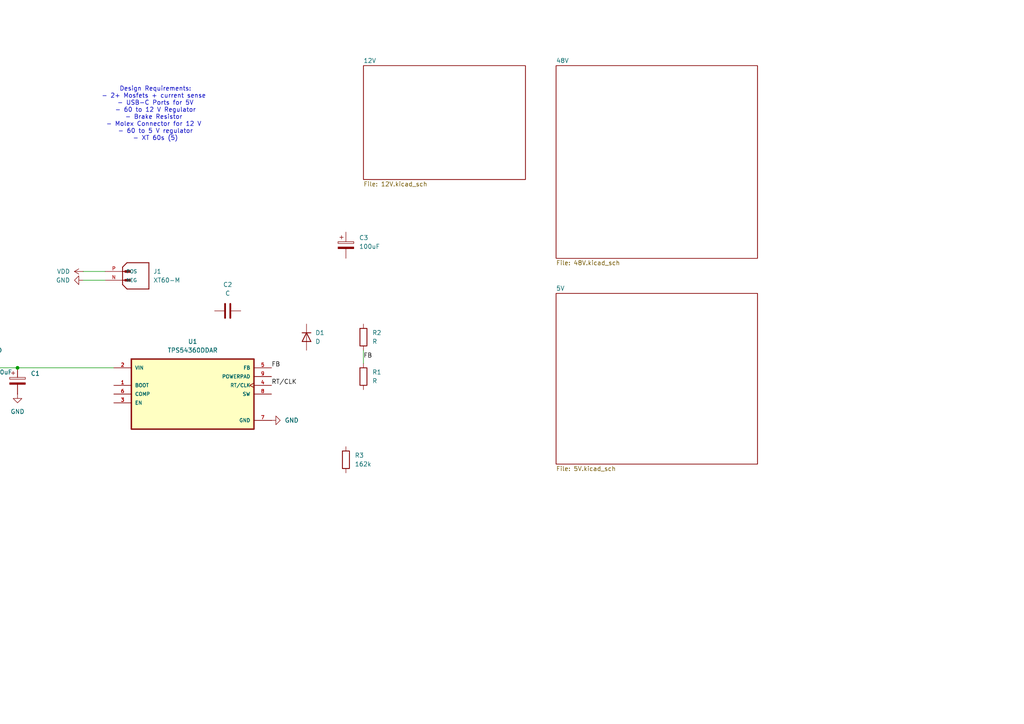
<source format=kicad_sch>
(kicad_sch
	(version 20231120)
	(generator "eeschema")
	(generator_version "8.0")
	(uuid "527fe567-2cf0-4bfe-88e5-3ff24d93fe94")
	(paper "A4")
	(lib_symbols
		(symbol "Device:C"
			(pin_numbers hide)
			(pin_names
				(offset 0.254)
			)
			(exclude_from_sim no)
			(in_bom yes)
			(on_board yes)
			(property "Reference" "C"
				(at 0.635 2.54 0)
				(effects
					(font
						(size 1.27 1.27)
					)
					(justify left)
				)
			)
			(property "Value" "C"
				(at 0.635 -2.54 0)
				(effects
					(font
						(size 1.27 1.27)
					)
					(justify left)
				)
			)
			(property "Footprint" ""
				(at 0.9652 -3.81 0)
				(effects
					(font
						(size 1.27 1.27)
					)
					(hide yes)
				)
			)
			(property "Datasheet" "~"
				(at 0 0 0)
				(effects
					(font
						(size 1.27 1.27)
					)
					(hide yes)
				)
			)
			(property "Description" "Unpolarized capacitor"
				(at 0 0 0)
				(effects
					(font
						(size 1.27 1.27)
					)
					(hide yes)
				)
			)
			(property "ki_keywords" "cap capacitor"
				(at 0 0 0)
				(effects
					(font
						(size 1.27 1.27)
					)
					(hide yes)
				)
			)
			(property "ki_fp_filters" "C_*"
				(at 0 0 0)
				(effects
					(font
						(size 1.27 1.27)
					)
					(hide yes)
				)
			)
			(symbol "C_0_1"
				(polyline
					(pts
						(xy -2.032 -0.762) (xy 2.032 -0.762)
					)
					(stroke
						(width 0.508)
						(type default)
					)
					(fill
						(type none)
					)
				)
				(polyline
					(pts
						(xy -2.032 0.762) (xy 2.032 0.762)
					)
					(stroke
						(width 0.508)
						(type default)
					)
					(fill
						(type none)
					)
				)
			)
			(symbol "C_1_1"
				(pin passive line
					(at 0 3.81 270)
					(length 2.794)
					(name "~"
						(effects
							(font
								(size 1.27 1.27)
							)
						)
					)
					(number "1"
						(effects
							(font
								(size 1.27 1.27)
							)
						)
					)
				)
				(pin passive line
					(at 0 -3.81 90)
					(length 2.794)
					(name "~"
						(effects
							(font
								(size 1.27 1.27)
							)
						)
					)
					(number "2"
						(effects
							(font
								(size 1.27 1.27)
							)
						)
					)
				)
			)
		)
		(symbol "Device:C_Polarized"
			(pin_numbers hide)
			(pin_names
				(offset 0.254)
			)
			(exclude_from_sim no)
			(in_bom yes)
			(on_board yes)
			(property "Reference" "C"
				(at 0.635 2.54 0)
				(effects
					(font
						(size 1.27 1.27)
					)
					(justify left)
				)
			)
			(property "Value" "C_Polarized"
				(at 0.635 -2.54 0)
				(effects
					(font
						(size 1.27 1.27)
					)
					(justify left)
				)
			)
			(property "Footprint" ""
				(at 0.9652 -3.81 0)
				(effects
					(font
						(size 1.27 1.27)
					)
					(hide yes)
				)
			)
			(property "Datasheet" "~"
				(at 0 0 0)
				(effects
					(font
						(size 1.27 1.27)
					)
					(hide yes)
				)
			)
			(property "Description" "Polarized capacitor"
				(at 0 0 0)
				(effects
					(font
						(size 1.27 1.27)
					)
					(hide yes)
				)
			)
			(property "ki_keywords" "cap capacitor"
				(at 0 0 0)
				(effects
					(font
						(size 1.27 1.27)
					)
					(hide yes)
				)
			)
			(property "ki_fp_filters" "CP_*"
				(at 0 0 0)
				(effects
					(font
						(size 1.27 1.27)
					)
					(hide yes)
				)
			)
			(symbol "C_Polarized_0_1"
				(rectangle
					(start -2.286 0.508)
					(end 2.286 1.016)
					(stroke
						(width 0)
						(type default)
					)
					(fill
						(type none)
					)
				)
				(polyline
					(pts
						(xy -1.778 2.286) (xy -0.762 2.286)
					)
					(stroke
						(width 0)
						(type default)
					)
					(fill
						(type none)
					)
				)
				(polyline
					(pts
						(xy -1.27 2.794) (xy -1.27 1.778)
					)
					(stroke
						(width 0)
						(type default)
					)
					(fill
						(type none)
					)
				)
				(rectangle
					(start 2.286 -0.508)
					(end -2.286 -1.016)
					(stroke
						(width 0)
						(type default)
					)
					(fill
						(type outline)
					)
				)
			)
			(symbol "C_Polarized_1_1"
				(pin passive line
					(at 0 3.81 270)
					(length 2.794)
					(name "~"
						(effects
							(font
								(size 1.27 1.27)
							)
						)
					)
					(number "1"
						(effects
							(font
								(size 1.27 1.27)
							)
						)
					)
				)
				(pin passive line
					(at 0 -3.81 90)
					(length 2.794)
					(name "~"
						(effects
							(font
								(size 1.27 1.27)
							)
						)
					)
					(number "2"
						(effects
							(font
								(size 1.27 1.27)
							)
						)
					)
				)
			)
		)
		(symbol "Device:D"
			(pin_numbers hide)
			(pin_names
				(offset 1.016) hide)
			(exclude_from_sim no)
			(in_bom yes)
			(on_board yes)
			(property "Reference" "D"
				(at 0 2.54 0)
				(effects
					(font
						(size 1.27 1.27)
					)
				)
			)
			(property "Value" "D"
				(at 0 -2.54 0)
				(effects
					(font
						(size 1.27 1.27)
					)
				)
			)
			(property "Footprint" ""
				(at 0 0 0)
				(effects
					(font
						(size 1.27 1.27)
					)
					(hide yes)
				)
			)
			(property "Datasheet" "~"
				(at 0 0 0)
				(effects
					(font
						(size 1.27 1.27)
					)
					(hide yes)
				)
			)
			(property "Description" "Diode"
				(at 0 0 0)
				(effects
					(font
						(size 1.27 1.27)
					)
					(hide yes)
				)
			)
			(property "Sim.Device" "D"
				(at 0 0 0)
				(effects
					(font
						(size 1.27 1.27)
					)
					(hide yes)
				)
			)
			(property "Sim.Pins" "1=K 2=A"
				(at 0 0 0)
				(effects
					(font
						(size 1.27 1.27)
					)
					(hide yes)
				)
			)
			(property "ki_keywords" "diode"
				(at 0 0 0)
				(effects
					(font
						(size 1.27 1.27)
					)
					(hide yes)
				)
			)
			(property "ki_fp_filters" "TO-???* *_Diode_* *SingleDiode* D_*"
				(at 0 0 0)
				(effects
					(font
						(size 1.27 1.27)
					)
					(hide yes)
				)
			)
			(symbol "D_0_1"
				(polyline
					(pts
						(xy -1.27 1.27) (xy -1.27 -1.27)
					)
					(stroke
						(width 0.254)
						(type default)
					)
					(fill
						(type none)
					)
				)
				(polyline
					(pts
						(xy 1.27 0) (xy -1.27 0)
					)
					(stroke
						(width 0)
						(type default)
					)
					(fill
						(type none)
					)
				)
				(polyline
					(pts
						(xy 1.27 1.27) (xy 1.27 -1.27) (xy -1.27 0) (xy 1.27 1.27)
					)
					(stroke
						(width 0.254)
						(type default)
					)
					(fill
						(type none)
					)
				)
			)
			(symbol "D_1_1"
				(pin passive line
					(at -3.81 0 0)
					(length 2.54)
					(name "K"
						(effects
							(font
								(size 1.27 1.27)
							)
						)
					)
					(number "1"
						(effects
							(font
								(size 1.27 1.27)
							)
						)
					)
				)
				(pin passive line
					(at 3.81 0 180)
					(length 2.54)
					(name "A"
						(effects
							(font
								(size 1.27 1.27)
							)
						)
					)
					(number "2"
						(effects
							(font
								(size 1.27 1.27)
							)
						)
					)
				)
			)
		)
		(symbol "Device:R"
			(pin_numbers hide)
			(pin_names
				(offset 0)
			)
			(exclude_from_sim no)
			(in_bom yes)
			(on_board yes)
			(property "Reference" "R"
				(at 2.032 0 90)
				(effects
					(font
						(size 1.27 1.27)
					)
				)
			)
			(property "Value" "R"
				(at 0 0 90)
				(effects
					(font
						(size 1.27 1.27)
					)
				)
			)
			(property "Footprint" ""
				(at -1.778 0 90)
				(effects
					(font
						(size 1.27 1.27)
					)
					(hide yes)
				)
			)
			(property "Datasheet" "~"
				(at 0 0 0)
				(effects
					(font
						(size 1.27 1.27)
					)
					(hide yes)
				)
			)
			(property "Description" "Resistor"
				(at 0 0 0)
				(effects
					(font
						(size 1.27 1.27)
					)
					(hide yes)
				)
			)
			(property "ki_keywords" "R res resistor"
				(at 0 0 0)
				(effects
					(font
						(size 1.27 1.27)
					)
					(hide yes)
				)
			)
			(property "ki_fp_filters" "R_*"
				(at 0 0 0)
				(effects
					(font
						(size 1.27 1.27)
					)
					(hide yes)
				)
			)
			(symbol "R_0_1"
				(rectangle
					(start -1.016 -2.54)
					(end 1.016 2.54)
					(stroke
						(width 0.254)
						(type default)
					)
					(fill
						(type none)
					)
				)
			)
			(symbol "R_1_1"
				(pin passive line
					(at 0 3.81 270)
					(length 1.27)
					(name "~"
						(effects
							(font
								(size 1.27 1.27)
							)
						)
					)
					(number "1"
						(effects
							(font
								(size 1.27 1.27)
							)
						)
					)
				)
				(pin passive line
					(at 0 -3.81 90)
					(length 1.27)
					(name "~"
						(effects
							(font
								(size 1.27 1.27)
							)
						)
					)
					(number "2"
						(effects
							(font
								(size 1.27 1.27)
							)
						)
					)
				)
			)
		)
		(symbol "TPS54360DDAR:TPS54360DDAR"
			(pin_names
				(offset 1.016)
			)
			(exclude_from_sim no)
			(in_bom yes)
			(on_board yes)
			(property "Reference" "U"
				(at -17.78 11.16 0)
				(effects
					(font
						(size 1.27 1.27)
					)
					(justify left bottom)
				)
			)
			(property "Value" "TPS54360DDAR"
				(at -17.78 -14.16 0)
				(effects
					(font
						(size 1.27 1.27)
					)
					(justify left bottom)
				)
			)
			(property "Footprint" "TPS54360DDAR:SOIC127P602X168-8N"
				(at 0 0 0)
				(effects
					(font
						(size 1.27 1.27)
					)
					(justify bottom)
					(hide yes)
				)
			)
			(property "Datasheet" ""
				(at 0 0 0)
				(effects
					(font
						(size 1.27 1.27)
					)
					(hide yes)
				)
			)
			(property "Description" ""
				(at 0 0 0)
				(effects
					(font
						(size 1.27 1.27)
					)
					(hide yes)
				)
			)
			(property "Manufacturer" "Texas Instruments"
				(at 0 0 0)
				(effects
					(font
						(size 1.27 1.27)
					)
					(justify bottom)
					(hide yes)
				)
			)
			(property "Package" "SOIC127P602X168-8N"
				(at 0 0 0)
				(effects
					(font
						(size 1.27 1.27)
					)
					(justify bottom)
					(hide yes)
				)
			)
			(symbol "TPS54360DDAR_0_0"
				(rectangle
					(start -17.78 -10.16)
					(end 17.78 10.16)
					(stroke
						(width 0.41)
						(type default)
					)
					(fill
						(type background)
					)
				)
				(pin bidirectional line
					(at -22.86 2.54 0)
					(length 5.08)
					(name "BOOT"
						(effects
							(font
								(size 1.016 1.016)
							)
						)
					)
					(number "1"
						(effects
							(font
								(size 1.016 1.016)
							)
						)
					)
				)
				(pin input line
					(at -22.86 7.62 0)
					(length 5.08)
					(name "VIN"
						(effects
							(font
								(size 1.016 1.016)
							)
						)
					)
					(number "2"
						(effects
							(font
								(size 1.016 1.016)
							)
						)
					)
				)
				(pin bidirectional line
					(at -22.86 -2.54 0)
					(length 5.08)
					(name "EN"
						(effects
							(font
								(size 1.016 1.016)
							)
						)
					)
					(number "3"
						(effects
							(font
								(size 1.016 1.016)
							)
						)
					)
				)
				(pin bidirectional clock
					(at 22.86 2.54 180)
					(length 5.08)
					(name "RT/CLK"
						(effects
							(font
								(size 1.016 1.016)
							)
						)
					)
					(number "4"
						(effects
							(font
								(size 1.016 1.016)
							)
						)
					)
				)
				(pin bidirectional line
					(at 22.86 7.62 180)
					(length 5.08)
					(name "FB"
						(effects
							(font
								(size 1.016 1.016)
							)
						)
					)
					(number "5"
						(effects
							(font
								(size 1.016 1.016)
							)
						)
					)
				)
				(pin bidirectional line
					(at -22.86 0 0)
					(length 5.08)
					(name "COMP"
						(effects
							(font
								(size 1.016 1.016)
							)
						)
					)
					(number "6"
						(effects
							(font
								(size 1.016 1.016)
							)
						)
					)
				)
				(pin power_in line
					(at 22.86 -7.62 180)
					(length 5.08)
					(name "GND"
						(effects
							(font
								(size 1.016 1.016)
							)
						)
					)
					(number "7"
						(effects
							(font
								(size 1.016 1.016)
							)
						)
					)
				)
				(pin bidirectional line
					(at 22.86 0 180)
					(length 5.08)
					(name "SW"
						(effects
							(font
								(size 1.016 1.016)
							)
						)
					)
					(number "8"
						(effects
							(font
								(size 1.016 1.016)
							)
						)
					)
				)
				(pin bidirectional line
					(at 22.86 5.08 180)
					(length 5.08)
					(name "POWERPAD"
						(effects
							(font
								(size 1.016 1.016)
							)
						)
					)
					(number "9"
						(effects
							(font
								(size 1.016 1.016)
							)
						)
					)
				)
			)
		)
		(symbol "XT60-M:XT60-M"
			(pin_names
				(offset 1.016)
			)
			(exclude_from_sim no)
			(in_bom yes)
			(on_board yes)
			(property "Reference" "J"
				(at 0 6.35 0)
				(effects
					(font
						(size 1.27 1.27)
					)
					(justify left bottom)
				)
			)
			(property "Value" "XT60-M"
				(at 0 -5.08 0)
				(effects
					(font
						(size 1.27 1.27)
					)
					(justify left bottom)
				)
			)
			(property "Footprint" "XT60-M:AMASS_XT60-M"
				(at 0 0 0)
				(effects
					(font
						(size 1.27 1.27)
					)
					(justify bottom)
					(hide yes)
				)
			)
			(property "Datasheet" ""
				(at 0 0 0)
				(effects
					(font
						(size 1.27 1.27)
					)
					(hide yes)
				)
			)
			(property "Description" ""
				(at 0 0 0)
				(effects
					(font
						(size 1.27 1.27)
					)
					(hide yes)
				)
			)
			(property "MF" "AMASS"
				(at 0 0 0)
				(effects
					(font
						(size 1.27 1.27)
					)
					(justify bottom)
					(hide yes)
				)
			)
			(property "MAXIMUM_PACKAGE_HEIGHT" "16.00 mm"
				(at 0 0 0)
				(effects
					(font
						(size 1.27 1.27)
					)
					(justify bottom)
					(hide yes)
				)
			)
			(property "Package" "Package"
				(at 0 0 0)
				(effects
					(font
						(size 1.27 1.27)
					)
					(justify bottom)
					(hide yes)
				)
			)
			(property "Price" "None"
				(at 0 0 0)
				(effects
					(font
						(size 1.27 1.27)
					)
					(justify bottom)
					(hide yes)
				)
			)
			(property "Check_prices" "https://www.snapeda.com/parts/XT60-M/AMASS/view-part/?ref=eda"
				(at 0 0 0)
				(effects
					(font
						(size 1.27 1.27)
					)
					(justify bottom)
					(hide yes)
				)
			)
			(property "STANDARD" "IPC 7351B"
				(at 0 0 0)
				(effects
					(font
						(size 1.27 1.27)
					)
					(justify bottom)
					(hide yes)
				)
			)
			(property "PARTREV" "V1.2"
				(at 0 0 0)
				(effects
					(font
						(size 1.27 1.27)
					)
					(justify bottom)
					(hide yes)
				)
			)
			(property "SnapEDA_Link" "https://www.snapeda.com/parts/XT60-M/AMASS/view-part/?ref=snap"
				(at 0 0 0)
				(effects
					(font
						(size 1.27 1.27)
					)
					(justify bottom)
					(hide yes)
				)
			)
			(property "MP" "XT60-M"
				(at 0 0 0)
				(effects
					(font
						(size 1.27 1.27)
					)
					(justify bottom)
					(hide yes)
				)
			)
			(property "Description_1" "\nPlug; DC supply; XT60; male; PIN: 2; for cable; soldered; 30A; 500V\n"
				(at 0 0 0)
				(effects
					(font
						(size 1.27 1.27)
					)
					(justify bottom)
					(hide yes)
				)
			)
			(property "Availability" "Not in stock"
				(at 0 0 0)
				(effects
					(font
						(size 1.27 1.27)
					)
					(justify bottom)
					(hide yes)
				)
			)
			(property "MANUFACTURER" "AMASS"
				(at 0 0 0)
				(effects
					(font
						(size 1.27 1.27)
					)
					(justify bottom)
					(hide yes)
				)
			)
			(symbol "XT60-M_0_0"
				(polyline
					(pts
						(xy 0 -1.27) (xy 1.27 -2.54)
					)
					(stroke
						(width 0.254)
						(type default)
					)
					(fill
						(type none)
					)
				)
				(polyline
					(pts
						(xy 0 0) (xy 1.905 0)
					)
					(stroke
						(width 0.254)
						(type default)
					)
					(fill
						(type none)
					)
				)
				(polyline
					(pts
						(xy 0 2.54) (xy 0 -1.27)
					)
					(stroke
						(width 0.254)
						(type default)
					)
					(fill
						(type none)
					)
				)
				(polyline
					(pts
						(xy 0 2.54) (xy 1.905 2.54)
					)
					(stroke
						(width 0.254)
						(type default)
					)
					(fill
						(type none)
					)
				)
				(polyline
					(pts
						(xy 0 3.81) (xy 0 2.54)
					)
					(stroke
						(width 0.254)
						(type default)
					)
					(fill
						(type none)
					)
				)
				(polyline
					(pts
						(xy 0 3.81) (xy 1.27 5.08)
					)
					(stroke
						(width 0.254)
						(type default)
					)
					(fill
						(type none)
					)
				)
				(polyline
					(pts
						(xy 1.27 -2.54) (xy 7.62 -2.54)
					)
					(stroke
						(width 0.254)
						(type default)
					)
					(fill
						(type none)
					)
				)
				(polyline
					(pts
						(xy 7.62 -2.54) (xy 7.62 5.08)
					)
					(stroke
						(width 0.254)
						(type default)
					)
					(fill
						(type none)
					)
				)
				(polyline
					(pts
						(xy 7.62 5.08) (xy 1.27 5.08)
					)
					(stroke
						(width 0.254)
						(type default)
					)
					(fill
						(type none)
					)
				)
				(rectangle
					(start 0.635 -0.3175)
					(end 2.2225 0.3175)
					(stroke
						(width 0.1)
						(type default)
					)
					(fill
						(type outline)
					)
				)
				(rectangle
					(start 0.635 2.2225)
					(end 2.2225 2.8575)
					(stroke
						(width 0.1)
						(type default)
					)
					(fill
						(type outline)
					)
				)
				(pin passive line
					(at -5.08 0 0)
					(length 5.08)
					(name "NEG"
						(effects
							(font
								(size 1.016 1.016)
							)
						)
					)
					(number "N"
						(effects
							(font
								(size 1.016 1.016)
							)
						)
					)
				)
				(pin passive line
					(at -5.08 2.54 0)
					(length 5.08)
					(name "POS"
						(effects
							(font
								(size 1.016 1.016)
							)
						)
					)
					(number "P"
						(effects
							(font
								(size 1.016 1.016)
							)
						)
					)
				)
			)
		)
		(symbol "power:GND"
			(power)
			(pin_numbers hide)
			(pin_names
				(offset 0) hide)
			(exclude_from_sim no)
			(in_bom yes)
			(on_board yes)
			(property "Reference" "#PWR"
				(at 0 -6.35 0)
				(effects
					(font
						(size 1.27 1.27)
					)
					(hide yes)
				)
			)
			(property "Value" "GND"
				(at 0 -3.81 0)
				(effects
					(font
						(size 1.27 1.27)
					)
				)
			)
			(property "Footprint" ""
				(at 0 0 0)
				(effects
					(font
						(size 1.27 1.27)
					)
					(hide yes)
				)
			)
			(property "Datasheet" ""
				(at 0 0 0)
				(effects
					(font
						(size 1.27 1.27)
					)
					(hide yes)
				)
			)
			(property "Description" "Power symbol creates a global label with name \"GND\" , ground"
				(at 0 0 0)
				(effects
					(font
						(size 1.27 1.27)
					)
					(hide yes)
				)
			)
			(property "ki_keywords" "global power"
				(at 0 0 0)
				(effects
					(font
						(size 1.27 1.27)
					)
					(hide yes)
				)
			)
			(symbol "GND_0_1"
				(polyline
					(pts
						(xy 0 0) (xy 0 -1.27) (xy 1.27 -1.27) (xy 0 -2.54) (xy -1.27 -1.27) (xy 0 -1.27)
					)
					(stroke
						(width 0)
						(type default)
					)
					(fill
						(type none)
					)
				)
			)
			(symbol "GND_1_1"
				(pin power_in line
					(at 0 0 270)
					(length 0)
					(name "~"
						(effects
							(font
								(size 1.27 1.27)
							)
						)
					)
					(number "1"
						(effects
							(font
								(size 1.27 1.27)
							)
						)
					)
				)
			)
		)
		(symbol "power:VDD"
			(power)
			(pin_numbers hide)
			(pin_names
				(offset 0) hide)
			(exclude_from_sim no)
			(in_bom yes)
			(on_board yes)
			(property "Reference" "#PWR"
				(at 0 -3.81 0)
				(effects
					(font
						(size 1.27 1.27)
					)
					(hide yes)
				)
			)
			(property "Value" "VDD"
				(at 0 3.556 0)
				(effects
					(font
						(size 1.27 1.27)
					)
				)
			)
			(property "Footprint" ""
				(at 0 0 0)
				(effects
					(font
						(size 1.27 1.27)
					)
					(hide yes)
				)
			)
			(property "Datasheet" ""
				(at 0 0 0)
				(effects
					(font
						(size 1.27 1.27)
					)
					(hide yes)
				)
			)
			(property "Description" "Power symbol creates a global label with name \"VDD\""
				(at 0 0 0)
				(effects
					(font
						(size 1.27 1.27)
					)
					(hide yes)
				)
			)
			(property "ki_keywords" "global power"
				(at 0 0 0)
				(effects
					(font
						(size 1.27 1.27)
					)
					(hide yes)
				)
			)
			(symbol "VDD_0_1"
				(polyline
					(pts
						(xy -0.762 1.27) (xy 0 2.54)
					)
					(stroke
						(width 0)
						(type default)
					)
					(fill
						(type none)
					)
				)
				(polyline
					(pts
						(xy 0 0) (xy 0 2.54)
					)
					(stroke
						(width 0)
						(type default)
					)
					(fill
						(type none)
					)
				)
				(polyline
					(pts
						(xy 0 2.54) (xy 0.762 1.27)
					)
					(stroke
						(width 0)
						(type default)
					)
					(fill
						(type none)
					)
				)
			)
			(symbol "VDD_1_1"
				(pin power_in line
					(at 0 0 90)
					(length 0)
					(name "~"
						(effects
							(font
								(size 1.27 1.27)
							)
						)
					)
					(number "1"
						(effects
							(font
								(size 1.27 1.27)
							)
						)
					)
				)
			)
		)
	)
	(junction
		(at 5.08 106.68)
		(diameter 0)
		(color 0 0 0 0)
		(uuid "6653dfc5-7c40-46de-bf6f-466f95069fd4")
	)
	(wire
		(pts
			(xy -1.27 106.68) (xy 5.08 106.68)
		)
		(stroke
			(width 0)
			(type default)
		)
		(uuid "05c1a5a6-17e8-4977-b7ae-0215e5587ea8")
	)
	(wire
		(pts
			(xy 105.41 101.6) (xy 105.41 105.41)
		)
		(stroke
			(width 0)
			(type default)
		)
		(uuid "256a5ccd-754c-4f9c-aedc-c1cea4ea56ca")
	)
	(wire
		(pts
			(xy 24.13 81.28) (xy 30.48 81.28)
		)
		(stroke
			(width 0)
			(type default)
		)
		(uuid "a23a7001-f2ab-4a04-9372-99929753cc45")
	)
	(wire
		(pts
			(xy 5.08 106.68) (xy 33.02 106.68)
		)
		(stroke
			(width 0)
			(type default)
		)
		(uuid "b850b605-9a7b-46b4-92aa-88436a707e76")
	)
	(wire
		(pts
			(xy 24.13 78.74) (xy 30.48 78.74)
		)
		(stroke
			(width 0)
			(type default)
		)
		(uuid "f6a64028-876e-4441-9234-5b977c8e6018")
	)
	(text "Design Requirements:\n- 2+ Mosfets + current sense \n- USB-C Ports for 5V\n- 60 to 12 V Regulator\n- Brake Resistor \n- Molex Connector for 12 V \n- 60 to 5 V regulator\n- XT 60s (5)\n"
		(exclude_from_sim no)
		(at 45.085 33.02 0)
		(effects
			(font
				(size 1.27 1.27)
			)
		)
		(uuid "86000c34-2feb-4e20-8c96-ac9b30d4651c")
	)
	(label "FB"
		(at 105.41 104.14 0)
		(fields_autoplaced yes)
		(effects
			(font
				(size 1.27 1.27)
			)
			(justify left bottom)
		)
		(uuid "01e16147-9688-4acd-903a-175fa15dc7cc")
	)
	(label "RT{slash}CLK"
		(at 78.74 111.76 0)
		(fields_autoplaced yes)
		(effects
			(font
				(size 1.27 1.27)
			)
			(justify left bottom)
		)
		(uuid "8354f34f-cd3d-4a81-bf2b-b4b065d270ef")
	)
	(label "FB"
		(at 78.74 106.68 0)
		(fields_autoplaced yes)
		(effects
			(font
				(size 1.27 1.27)
			)
			(justify left bottom)
		)
		(uuid "c96f1b4d-a2ef-4b45-b06e-1100cabc6c14")
	)
	(symbol
		(lib_id "Device:C_Polarized")
		(at 100.33 71.12 0)
		(unit 1)
		(exclude_from_sim no)
		(in_bom yes)
		(on_board yes)
		(dnp no)
		(fields_autoplaced yes)
		(uuid "012f109f-1b8a-464c-86f1-a3aa508d54ab")
		(property "Reference" "C3"
			(at 104.14 68.9609 0)
			(effects
				(font
					(size 1.27 1.27)
				)
				(justify left)
			)
		)
		(property "Value" "100uF"
			(at 104.14 71.5009 0)
			(effects
				(font
					(size 1.27 1.27)
				)
				(justify left)
			)
		)
		(property "Footprint" ""
			(at 101.2952 74.93 0)
			(effects
				(font
					(size 1.27 1.27)
				)
				(hide yes)
			)
		)
		(property "Datasheet" "~"
			(at 100.33 71.12 0)
			(effects
				(font
					(size 1.27 1.27)
				)
				(hide yes)
			)
		)
		(property "Description" "Polarized capacitor"
			(at 100.33 71.12 0)
			(effects
				(font
					(size 1.27 1.27)
				)
				(hide yes)
			)
		)
		(pin "1"
			(uuid "b4a3fc32-d096-4933-a20e-cdbacb203271")
		)
		(pin "2"
			(uuid "c304dfbe-1f16-4d15-9e55-199ab74cd60f")
		)
		(instances
			(project ""
				(path "/527fe567-2cf0-4bfe-88e5-3ff24d93fe94"
					(reference "C3")
					(unit 1)
				)
			)
		)
	)
	(symbol
		(lib_id "Device:R")
		(at 105.41 97.79 0)
		(unit 1)
		(exclude_from_sim no)
		(in_bom yes)
		(on_board yes)
		(dnp no)
		(fields_autoplaced yes)
		(uuid "1e00cfd8-bd3f-4eb2-827d-f12a92fa376a")
		(property "Reference" "R2"
			(at 107.95 96.5199 0)
			(effects
				(font
					(size 1.27 1.27)
				)
				(justify left)
			)
		)
		(property "Value" "R"
			(at 107.95 99.0599 0)
			(effects
				(font
					(size 1.27 1.27)
				)
				(justify left)
			)
		)
		(property "Footprint" ""
			(at 103.632 97.79 90)
			(effects
				(font
					(size 1.27 1.27)
				)
				(hide yes)
			)
		)
		(property "Datasheet" "~"
			(at 105.41 97.79 0)
			(effects
				(font
					(size 1.27 1.27)
				)
				(hide yes)
			)
		)
		(property "Description" "Resistor"
			(at 105.41 97.79 0)
			(effects
				(font
					(size 1.27 1.27)
				)
				(hide yes)
			)
		)
		(pin "1"
			(uuid "e862b7d9-71f2-4dd8-afd7-114c0ba2c90c")
		)
		(pin "2"
			(uuid "ae7cc4cc-fa7e-437c-ba12-db8bfa074372")
		)
		(instances
			(project ""
				(path "/527fe567-2cf0-4bfe-88e5-3ff24d93fe94"
					(reference "R2")
					(unit 1)
				)
			)
		)
	)
	(symbol
		(lib_id "Device:R")
		(at 100.33 133.35 180)
		(unit 1)
		(exclude_from_sim no)
		(in_bom yes)
		(on_board yes)
		(dnp no)
		(fields_autoplaced yes)
		(uuid "42d5bd85-a74a-4afc-acce-cfc4379fe4bd")
		(property "Reference" "R3"
			(at 102.87 132.0799 0)
			(effects
				(font
					(size 1.27 1.27)
				)
				(justify right)
			)
		)
		(property "Value" "162k"
			(at 102.87 134.6199 0)
			(effects
				(font
					(size 1.27 1.27)
				)
				(justify right)
			)
		)
		(property "Footprint" ""
			(at 102.108 133.35 90)
			(effects
				(font
					(size 1.27 1.27)
				)
				(hide yes)
			)
		)
		(property "Datasheet" "~"
			(at 100.33 133.35 0)
			(effects
				(font
					(size 1.27 1.27)
				)
				(hide yes)
			)
		)
		(property "Description" "Resistor"
			(at 100.33 133.35 0)
			(effects
				(font
					(size 1.27 1.27)
				)
				(hide yes)
			)
		)
		(pin "1"
			(uuid "2b513269-4f65-4386-b9ea-d281a3148608")
		)
		(pin "2"
			(uuid "ed3d8fc9-a551-4120-b957-83da80b4ddb8")
		)
		(instances
			(project ""
				(path "/527fe567-2cf0-4bfe-88e5-3ff24d93fe94"
					(reference "R3")
					(unit 1)
				)
			)
		)
	)
	(symbol
		(lib_id "Device:C_Polarized")
		(at 5.08 110.49 0)
		(unit 1)
		(exclude_from_sim no)
		(in_bom yes)
		(on_board yes)
		(dnp no)
		(uuid "4e006928-4fa1-431f-9bf7-196ef161f716")
		(property "Reference" "C1"
			(at 8.89 108.3309 0)
			(effects
				(font
					(size 1.27 1.27)
				)
				(justify left)
			)
		)
		(property "Value" "100uF"
			(at -2.54 107.95 0)
			(effects
				(font
					(size 1.27 1.27)
				)
				(justify left)
			)
		)
		(property "Footprint" ""
			(at 6.0452 114.3 0)
			(effects
				(font
					(size 1.27 1.27)
				)
				(hide yes)
			)
		)
		(property "Datasheet" "~"
			(at 5.08 110.49 0)
			(effects
				(font
					(size 1.27 1.27)
				)
				(hide yes)
			)
		)
		(property "Description" "Polarized capacitor"
			(at 5.08 110.49 0)
			(effects
				(font
					(size 1.27 1.27)
				)
				(hide yes)
			)
		)
		(property "LCSC Part #" "C713338"
			(at 5.08 110.49 0)
			(effects
				(font
					(size 1.27 1.27)
				)
				(hide yes)
			)
		)
		(pin "1"
			(uuid "ad48624a-c6c4-488c-883e-1da3769a34dc")
		)
		(pin "2"
			(uuid "6b59221d-8f24-4bab-a205-f9c7b909f2ef")
		)
		(instances
			(project ""
				(path "/527fe567-2cf0-4bfe-88e5-3ff24d93fe94"
					(reference "C1")
					(unit 1)
				)
			)
		)
	)
	(symbol
		(lib_id "Device:D")
		(at 88.9 97.79 270)
		(unit 1)
		(exclude_from_sim no)
		(in_bom yes)
		(on_board yes)
		(dnp no)
		(fields_autoplaced yes)
		(uuid "513b7869-b142-446c-ab2a-f8c6c8e6f725")
		(property "Reference" "D1"
			(at 91.44 96.5199 90)
			(effects
				(font
					(size 1.27 1.27)
				)
				(justify left)
			)
		)
		(property "Value" "D"
			(at 91.44 99.0599 90)
			(effects
				(font
					(size 1.27 1.27)
				)
				(justify left)
			)
		)
		(property "Footprint" ""
			(at 88.9 97.79 0)
			(effects
				(font
					(size 1.27 1.27)
				)
				(hide yes)
			)
		)
		(property "Datasheet" "~"
			(at 88.9 97.79 0)
			(effects
				(font
					(size 1.27 1.27)
				)
				(hide yes)
			)
		)
		(property "Description" "Diode"
			(at 88.9 97.79 0)
			(effects
				(font
					(size 1.27 1.27)
				)
				(hide yes)
			)
		)
		(property "Sim.Device" "D"
			(at 88.9 97.79 0)
			(effects
				(font
					(size 1.27 1.27)
				)
				(hide yes)
			)
		)
		(property "Sim.Pins" "1=K 2=A"
			(at 88.9 97.79 0)
			(effects
				(font
					(size 1.27 1.27)
				)
				(hide yes)
			)
		)
		(pin "2"
			(uuid "0edf9493-2e82-4603-8ee7-7edcebe39bd2")
		)
		(pin "1"
			(uuid "5459fb8e-3eed-4c29-82a5-7f6841ee59eb")
		)
		(instances
			(project ""
				(path "/527fe567-2cf0-4bfe-88e5-3ff24d93fe94"
					(reference "D1")
					(unit 1)
				)
			)
		)
	)
	(symbol
		(lib_id "power:GND")
		(at 5.08 114.3 0)
		(unit 1)
		(exclude_from_sim no)
		(in_bom yes)
		(on_board yes)
		(dnp no)
		(fields_autoplaced yes)
		(uuid "59d8e409-184b-477b-8344-7b4f43c74ede")
		(property "Reference" "#PWR04"
			(at 5.08 120.65 0)
			(effects
				(font
					(size 1.27 1.27)
				)
				(hide yes)
			)
		)
		(property "Value" "GND"
			(at 5.08 119.38 0)
			(effects
				(font
					(size 1.27 1.27)
				)
			)
		)
		(property "Footprint" ""
			(at 5.08 114.3 0)
			(effects
				(font
					(size 1.27 1.27)
				)
				(hide yes)
			)
		)
		(property "Datasheet" ""
			(at 5.08 114.3 0)
			(effects
				(font
					(size 1.27 1.27)
				)
				(hide yes)
			)
		)
		(property "Description" "Power symbol creates a global label with name \"GND\" , ground"
			(at 5.08 114.3 0)
			(effects
				(font
					(size 1.27 1.27)
				)
				(hide yes)
			)
		)
		(pin "1"
			(uuid "af61693d-ad83-43f8-9de4-0fddae47baae")
		)
		(instances
			(project ""
				(path "/527fe567-2cf0-4bfe-88e5-3ff24d93fe94"
					(reference "#PWR04")
					(unit 1)
				)
			)
		)
	)
	(symbol
		(lib_id "power:VDD")
		(at 24.13 78.74 90)
		(unit 1)
		(exclude_from_sim no)
		(in_bom yes)
		(on_board yes)
		(dnp no)
		(fields_autoplaced yes)
		(uuid "5ebb966d-5085-4dc1-93ad-1eea7326529c")
		(property "Reference" "#PWR01"
			(at 27.94 78.74 0)
			(effects
				(font
					(size 1.27 1.27)
				)
				(hide yes)
			)
		)
		(property "Value" "VDD"
			(at 20.32 78.7399 90)
			(effects
				(font
					(size 1.27 1.27)
				)
				(justify left)
			)
		)
		(property "Footprint" ""
			(at 24.13 78.74 0)
			(effects
				(font
					(size 1.27 1.27)
				)
				(hide yes)
			)
		)
		(property "Datasheet" ""
			(at 24.13 78.74 0)
			(effects
				(font
					(size 1.27 1.27)
				)
				(hide yes)
			)
		)
		(property "Description" "Power symbol creates a global label with name \"VDD\""
			(at 24.13 78.74 0)
			(effects
				(font
					(size 1.27 1.27)
				)
				(hide yes)
			)
		)
		(pin "1"
			(uuid "bc31b31c-15ae-4fd1-bbb3-384253a7da60")
		)
		(instances
			(project ""
				(path "/527fe567-2cf0-4bfe-88e5-3ff24d93fe94"
					(reference "#PWR01")
					(unit 1)
				)
			)
		)
	)
	(symbol
		(lib_id "Device:C")
		(at 66.04 90.17 90)
		(unit 1)
		(exclude_from_sim no)
		(in_bom yes)
		(on_board yes)
		(dnp no)
		(fields_autoplaced yes)
		(uuid "8040afd8-80d4-466e-8478-19d2f06ca650")
		(property "Reference" "C2"
			(at 66.04 82.55 90)
			(effects
				(font
					(size 1.27 1.27)
				)
			)
		)
		(property "Value" "C"
			(at 66.04 85.09 90)
			(effects
				(font
					(size 1.27 1.27)
				)
			)
		)
		(property "Footprint" ""
			(at 69.85 89.2048 0)
			(effects
				(font
					(size 1.27 1.27)
				)
				(hide yes)
			)
		)
		(property "Datasheet" "~"
			(at 66.04 90.17 0)
			(effects
				(font
					(size 1.27 1.27)
				)
				(hide yes)
			)
		)
		(property "Description" "Unpolarized capacitor"
			(at 66.04 90.17 0)
			(effects
				(font
					(size 1.27 1.27)
				)
				(hide yes)
			)
		)
		(pin "2"
			(uuid "0eb02ad8-9e63-4a49-b700-a29b7853c2b5")
		)
		(pin "1"
			(uuid "20f93079-7bc0-4c63-b156-d3f86ac3b538")
		)
		(instances
			(project ""
				(path "/527fe567-2cf0-4bfe-88e5-3ff24d93fe94"
					(reference "C2")
					(unit 1)
				)
			)
		)
	)
	(symbol
		(lib_id "Device:R")
		(at 105.41 109.22 0)
		(unit 1)
		(exclude_from_sim no)
		(in_bom yes)
		(on_board yes)
		(dnp no)
		(fields_autoplaced yes)
		(uuid "923ee98e-0b0c-4cf5-946b-6608ef4cc5a4")
		(property "Reference" "R1"
			(at 107.95 107.9499 0)
			(effects
				(font
					(size 1.27 1.27)
				)
				(justify left)
			)
		)
		(property "Value" "R"
			(at 107.95 110.4899 0)
			(effects
				(font
					(size 1.27 1.27)
				)
				(justify left)
			)
		)
		(property "Footprint" ""
			(at 103.632 109.22 90)
			(effects
				(font
					(size 1.27 1.27)
				)
				(hide yes)
			)
		)
		(property "Datasheet" "~"
			(at 105.41 109.22 0)
			(effects
				(font
					(size 1.27 1.27)
				)
				(hide yes)
			)
		)
		(property "Description" "Resistor"
			(at 105.41 109.22 0)
			(effects
				(font
					(size 1.27 1.27)
				)
				(hide yes)
			)
		)
		(pin "2"
			(uuid "24d09a00-7d1d-440f-a16e-adbf43d1680b")
		)
		(pin "1"
			(uuid "c87bfa10-cd96-4a6b-abfc-8cba21b50fb9")
		)
		(instances
			(project ""
				(path "/527fe567-2cf0-4bfe-88e5-3ff24d93fe94"
					(reference "R1")
					(unit 1)
				)
			)
		)
	)
	(symbol
		(lib_id "XT60-M:XT60-M")
		(at 35.56 81.28 0)
		(unit 1)
		(exclude_from_sim no)
		(in_bom yes)
		(on_board yes)
		(dnp no)
		(fields_autoplaced yes)
		(uuid "a7cfefca-6743-42f8-9235-14f36087cbdd")
		(property "Reference" "J1"
			(at 44.45 78.7399 0)
			(effects
				(font
					(size 1.27 1.27)
				)
				(justify left)
			)
		)
		(property "Value" "XT60-M"
			(at 44.45 81.2799 0)
			(effects
				(font
					(size 1.27 1.27)
				)
				(justify left)
			)
		)
		(property "Footprint" "XT60-M:AMASS_XT60-M"
			(at 35.56 81.28 0)
			(effects
				(font
					(size 1.27 1.27)
				)
				(justify bottom)
				(hide yes)
			)
		)
		(property "Datasheet" ""
			(at 35.56 81.28 0)
			(effects
				(font
					(size 1.27 1.27)
				)
				(hide yes)
			)
		)
		(property "Description" ""
			(at 35.56 81.28 0)
			(effects
				(font
					(size 1.27 1.27)
				)
				(hide yes)
			)
		)
		(property "MF" "AMASS"
			(at 35.56 81.28 0)
			(effects
				(font
					(size 1.27 1.27)
				)
				(justify bottom)
				(hide yes)
			)
		)
		(property "MAXIMUM_PACKAGE_HEIGHT" "16.00 mm"
			(at 35.56 81.28 0)
			(effects
				(font
					(size 1.27 1.27)
				)
				(justify bottom)
				(hide yes)
			)
		)
		(property "Package" "Package"
			(at 35.56 81.28 0)
			(effects
				(font
					(size 1.27 1.27)
				)
				(justify bottom)
				(hide yes)
			)
		)
		(property "Price" "None"
			(at 35.56 81.28 0)
			(effects
				(font
					(size 1.27 1.27)
				)
				(justify bottom)
				(hide yes)
			)
		)
		(property "Check_prices" "https://www.snapeda.com/parts/XT60-M/AMASS/view-part/?ref=eda"
			(at 35.56 81.28 0)
			(effects
				(font
					(size 1.27 1.27)
				)
				(justify bottom)
				(hide yes)
			)
		)
		(property "STANDARD" "IPC 7351B"
			(at 35.56 81.28 0)
			(effects
				(font
					(size 1.27 1.27)
				)
				(justify bottom)
				(hide yes)
			)
		)
		(property "PARTREV" "V1.2"
			(at 35.56 81.28 0)
			(effects
				(font
					(size 1.27 1.27)
				)
				(justify bottom)
				(hide yes)
			)
		)
		(property "SnapEDA_Link" "https://www.snapeda.com/parts/XT60-M/AMASS/view-part/?ref=snap"
			(at 35.56 81.28 0)
			(effects
				(font
					(size 1.27 1.27)
				)
				(justify bottom)
				(hide yes)
			)
		)
		(property "MP" "XT60-M"
			(at 35.56 81.28 0)
			(effects
				(font
					(size 1.27 1.27)
				)
				(justify bottom)
				(hide yes)
			)
		)
		(property "Description_1" "\nPlug; DC supply; XT60; male; PIN: 2; for cable; soldered; 30A; 500V\n"
			(at 35.56 81.28 0)
			(effects
				(font
					(size 1.27 1.27)
				)
				(justify bottom)
				(hide yes)
			)
		)
		(property "Availability" "Not in stock"
			(at 35.56 81.28 0)
			(effects
				(font
					(size 1.27 1.27)
				)
				(justify bottom)
				(hide yes)
			)
		)
		(property "MANUFACTURER" "AMASS"
			(at 35.56 81.28 0)
			(effects
				(font
					(size 1.27 1.27)
				)
				(justify bottom)
				(hide yes)
			)
		)
		(pin "N"
			(uuid "7eaa9ce2-623c-4345-8b6c-40e56fa1ab5c")
		)
		(pin "P"
			(uuid "2ad09b88-c4e3-4ef6-9e58-f236c6c12909")
		)
		(instances
			(project ""
				(path "/527fe567-2cf0-4bfe-88e5-3ff24d93fe94"
					(reference "J1")
					(unit 1)
				)
			)
		)
	)
	(symbol
		(lib_id "TPS54360DDAR:TPS54360DDAR")
		(at 55.88 114.3 0)
		(unit 1)
		(exclude_from_sim no)
		(in_bom yes)
		(on_board yes)
		(dnp no)
		(fields_autoplaced yes)
		(uuid "b3f74698-94e0-4ed2-bacc-6907f1585225")
		(property "Reference" "U1"
			(at 55.88 99.06 0)
			(effects
				(font
					(size 1.27 1.27)
				)
			)
		)
		(property "Value" "TPS54360DDAR"
			(at 55.88 101.6 0)
			(effects
				(font
					(size 1.27 1.27)
				)
			)
		)
		(property "Footprint" "TPS54360DDAR:SOIC127P602X168-8N"
			(at 55.88 114.3 0)
			(effects
				(font
					(size 1.27 1.27)
				)
				(justify bottom)
				(hide yes)
			)
		)
		(property "Datasheet" ""
			(at 55.88 114.3 0)
			(effects
				(font
					(size 1.27 1.27)
				)
				(hide yes)
			)
		)
		(property "Description" ""
			(at 55.88 114.3 0)
			(effects
				(font
					(size 1.27 1.27)
				)
				(hide yes)
			)
		)
		(property "Manufacturer" "Texas Instruments"
			(at 55.88 114.3 0)
			(effects
				(font
					(size 1.27 1.27)
				)
				(justify bottom)
				(hide yes)
			)
		)
		(property "Package" "SOIC127P602X168-8N"
			(at 55.88 114.3 0)
			(effects
				(font
					(size 1.27 1.27)
				)
				(justify bottom)
				(hide yes)
			)
		)
		(pin "8"
			(uuid "df583810-0239-4524-82b1-95b3b5aa5001")
		)
		(pin "5"
			(uuid "53ad0832-1558-424d-a15d-fb2f06e548df")
		)
		(pin "2"
			(uuid "7ba026cb-c34d-4108-851d-9b2161778b88")
		)
		(pin "6"
			(uuid "7da7aa3b-2814-4c41-bb9a-c6b5d16f4bfc")
		)
		(pin "7"
			(uuid "23d458f8-d3cb-41de-b5c0-79f937232f95")
		)
		(pin "4"
			(uuid "14c936f2-ce64-4f45-9462-d178c8d8f6c8")
		)
		(pin "3"
			(uuid "2d37c793-9a31-4f22-b85c-680054d226fe")
		)
		(pin "1"
			(uuid "a6e238e1-d111-4d7d-bec4-04022460c78d")
		)
		(pin "9"
			(uuid "b3d32d81-9c41-483a-8b09-8225168b3464")
		)
		(instances
			(project ""
				(path "/527fe567-2cf0-4bfe-88e5-3ff24d93fe94"
					(reference "U1")
					(unit 1)
				)
			)
		)
	)
	(symbol
		(lib_id "power:GND")
		(at 78.74 121.92 90)
		(unit 1)
		(exclude_from_sim no)
		(in_bom yes)
		(on_board yes)
		(dnp no)
		(fields_autoplaced yes)
		(uuid "c5fcccc6-4cea-4077-8740-9b2886b31655")
		(property "Reference" "#PWR05"
			(at 85.09 121.92 0)
			(effects
				(font
					(size 1.27 1.27)
				)
				(hide yes)
			)
		)
		(property "Value" "GND"
			(at 82.55 121.9199 90)
			(effects
				(font
					(size 1.27 1.27)
				)
				(justify right)
			)
		)
		(property "Footprint" ""
			(at 78.74 121.92 0)
			(effects
				(font
					(size 1.27 1.27)
				)
				(hide yes)
			)
		)
		(property "Datasheet" ""
			(at 78.74 121.92 0)
			(effects
				(font
					(size 1.27 1.27)
				)
				(hide yes)
			)
		)
		(property "Description" "Power symbol creates a global label with name \"GND\" , ground"
			(at 78.74 121.92 0)
			(effects
				(font
					(size 1.27 1.27)
				)
				(hide yes)
			)
		)
		(pin "1"
			(uuid "9bd79fe1-9c7f-4522-a0f7-f3ee0fdfda53")
		)
		(instances
			(project ""
				(path "/527fe567-2cf0-4bfe-88e5-3ff24d93fe94"
					(reference "#PWR05")
					(unit 1)
				)
			)
		)
	)
	(symbol
		(lib_id "power:GND")
		(at 24.13 81.28 270)
		(unit 1)
		(exclude_from_sim no)
		(in_bom yes)
		(on_board yes)
		(dnp no)
		(fields_autoplaced yes)
		(uuid "d96086ef-86a1-4f63-a089-09d2915172df")
		(property "Reference" "#PWR02"
			(at 17.78 81.28 0)
			(effects
				(font
					(size 1.27 1.27)
				)
				(hide yes)
			)
		)
		(property "Value" "GND"
			(at 20.32 81.2799 90)
			(effects
				(font
					(size 1.27 1.27)
				)
				(justify right)
			)
		)
		(property "Footprint" ""
			(at 24.13 81.28 0)
			(effects
				(font
					(size 1.27 1.27)
				)
				(hide yes)
			)
		)
		(property "Datasheet" ""
			(at 24.13 81.28 0)
			(effects
				(font
					(size 1.27 1.27)
				)
				(hide yes)
			)
		)
		(property "Description" "Power symbol creates a global label with name \"GND\" , ground"
			(at 24.13 81.28 0)
			(effects
				(font
					(size 1.27 1.27)
				)
				(hide yes)
			)
		)
		(pin "1"
			(uuid "d99c89e9-725f-490c-b4f2-d42f0bd47784")
		)
		(instances
			(project ""
				(path "/527fe567-2cf0-4bfe-88e5-3ff24d93fe94"
					(reference "#PWR02")
					(unit 1)
				)
			)
		)
	)
	(symbol
		(lib_id "power:VDD")
		(at -1.27 106.68 0)
		(unit 1)
		(exclude_from_sim no)
		(in_bom yes)
		(on_board yes)
		(dnp no)
		(fields_autoplaced yes)
		(uuid "fad6bb3e-9672-4803-aeaa-4caf74016a36")
		(property "Reference" "#PWR03"
			(at -1.27 110.49 0)
			(effects
				(font
					(size 1.27 1.27)
				)
				(hide yes)
			)
		)
		(property "Value" "VDD"
			(at -1.27 101.6 0)
			(effects
				(font
					(size 1.27 1.27)
				)
			)
		)
		(property "Footprint" ""
			(at -1.27 106.68 0)
			(effects
				(font
					(size 1.27 1.27)
				)
				(hide yes)
			)
		)
		(property "Datasheet" ""
			(at -1.27 106.68 0)
			(effects
				(font
					(size 1.27 1.27)
				)
				(hide yes)
			)
		)
		(property "Description" "Power symbol creates a global label with name \"VDD\""
			(at -1.27 106.68 0)
			(effects
				(font
					(size 1.27 1.27)
				)
				(hide yes)
			)
		)
		(pin "1"
			(uuid "822cbe95-c987-48bf-8f69-8151ca474eef")
		)
		(instances
			(project "power-board"
				(path "/527fe567-2cf0-4bfe-88e5-3ff24d93fe94"
					(reference "#PWR03")
					(unit 1)
				)
			)
		)
	)
	(sheet
		(at 161.29 19.05)
		(size 58.42 55.88)
		(fields_autoplaced yes)
		(stroke
			(width 0.1524)
			(type solid)
		)
		(fill
			(color 0 0 0 0.0000)
		)
		(uuid "3a414999-228d-45d3-afa4-e89c38cd30ee")
		(property "Sheetname" "48V"
			(at 161.29 18.3384 0)
			(effects
				(font
					(size 1.27 1.27)
				)
				(justify left bottom)
			)
		)
		(property "Sheetfile" "48V.kicad_sch"
			(at 161.29 75.5146 0)
			(effects
				(font
					(size 1.27 1.27)
				)
				(justify left top)
			)
		)
		(instances
			(project "power-board"
				(path "/527fe567-2cf0-4bfe-88e5-3ff24d93fe94"
					(page "2")
				)
			)
		)
	)
	(sheet
		(at 105.41 19.05)
		(size 46.99 33.02)
		(fields_autoplaced yes)
		(stroke
			(width 0.1524)
			(type solid)
		)
		(fill
			(color 0 0 0 0.0000)
		)
		(uuid "8229584b-687b-4ff6-a159-10d1c5ccf71f")
		(property "Sheetname" "12V"
			(at 105.41 18.3384 0)
			(effects
				(font
					(size 1.27 1.27)
				)
				(justify left bottom)
			)
		)
		(property "Sheetfile" "12V.kicad_sch"
			(at 105.41 52.6546 0)
			(effects
				(font
					(size 1.27 1.27)
				)
				(justify left top)
			)
		)
		(instances
			(project "power-board"
				(path "/527fe567-2cf0-4bfe-88e5-3ff24d93fe94"
					(page "4")
				)
			)
		)
	)
	(sheet
		(at 161.29 85.09)
		(size 58.42 49.53)
		(fields_autoplaced yes)
		(stroke
			(width 0.1524)
			(type solid)
		)
		(fill
			(color 0 0 0 0.0000)
		)
		(uuid "9f66f977-1375-46ff-b349-ef44f47dd08f")
		(property "Sheetname" "5V"
			(at 161.29 84.3784 0)
			(effects
				(font
					(size 1.27 1.27)
				)
				(justify left bottom)
			)
		)
		(property "Sheetfile" "5V.kicad_sch"
			(at 161.29 135.2046 0)
			(effects
				(font
					(size 1.27 1.27)
				)
				(justify left top)
			)
		)
		(instances
			(project "power-board"
				(path "/527fe567-2cf0-4bfe-88e5-3ff24d93fe94"
					(page "3")
				)
			)
		)
	)
	(sheet_instances
		(path "/"
			(page "1")
		)
	)
)

</source>
